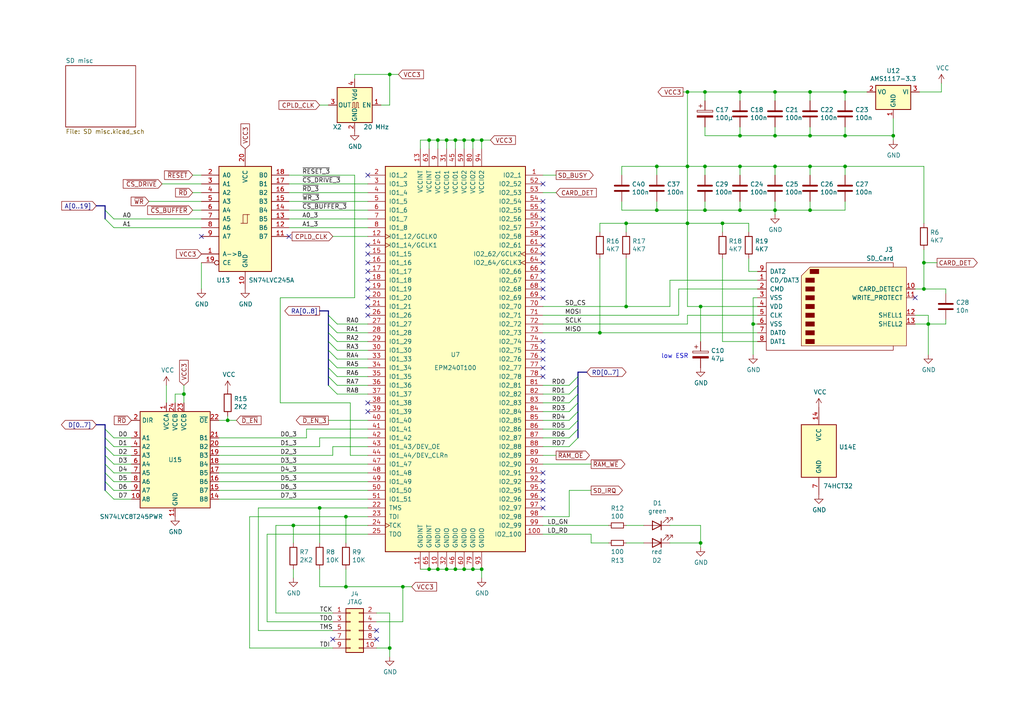
<source format=kicad_sch>
(kicad_sch (version 20230121) (generator eeschema)
  (paper "A4")
  (title_block (title "Mini8086 I/O board") (date "2020-11-05") (rev "1.0"))
  (junction (at 134.62 165.1))
  (junction (at 124.46 40.64))
  (junction (at 267.97 83.82))
  (junction (at 127 165.1))
  (junction (at 224.79 60.96))
  (junction (at 181.61 64.77))
  (junction (at 259.08 39.37))
  (junction (at 224.79 39.37))
  (junction (at 116.84 170.18))
  (junction (at 66.04 121.92))
  (junction (at 134.62 40.64))
  (junction (at 214.63 48.26))
  (junction (at 203.2 88.9))
  (junction (at 124.46 165.1))
  (junction (at 92.71 147.32))
  (junction (at 214.63 60.96))
  (junction (at 224.79 48.26))
  (junction (at 209.55 64.77))
  (junction (at 137.16 40.64))
  (junction (at 224.79 26.67))
  (junction (at 53.34 114.3))
  (junction (at 218.44 93.98))
  (junction (at 199.39 64.77))
  (junction (at 139.7 165.1))
  (junction (at 203.2 157.48))
  (junction (at 139.7 40.64))
  (junction (at 214.63 26.67))
  (junction (at 204.47 26.67))
  (junction (at 234.95 26.67))
  (junction (at 129.54 165.1))
  (junction (at 204.47 60.96))
  (junction (at 85.09 152.4))
  (junction (at 245.11 39.37))
  (junction (at 100.33 149.86))
  (junction (at 199.39 48.26))
  (junction (at 137.16 165.1))
  (junction (at 214.63 39.37))
  (junction (at 132.08 165.1))
  (junction (at 129.54 40.64))
  (junction (at 269.24 93.98))
  (junction (at 190.5 60.96))
  (junction (at 267.97 76.2))
  (junction (at 245.11 48.26))
  (junction (at 113.03 21.59))
  (junction (at 204.47 48.26))
  (junction (at 173.99 96.52))
  (junction (at 234.95 48.26))
  (junction (at 127 40.64))
  (junction (at 181.61 88.9))
  (junction (at 132.08 40.64))
  (junction (at 190.5 48.26))
  (junction (at 199.39 26.67))
  (junction (at 245.11 26.67))
  (junction (at 113.03 187.96))
  (junction (at 100.33 170.18))
  (junction (at 234.95 60.96))
  (junction (at 234.95 39.37))
  (no_connect (at 157.48 101.6))
  (no_connect (at 157.48 53.34))
  (no_connect (at 265.43 86.36))
  (no_connect (at 106.68 119.38))
  (no_connect (at 157.48 106.68))
  (no_connect (at 157.48 104.14))
  (no_connect (at 58.42 68.58))
  (no_connect (at 157.48 137.16))
  (no_connect (at 96.52 185.42))
  (no_connect (at 157.48 76.2))
  (no_connect (at 106.68 86.36))
  (no_connect (at 109.22 185.42))
  (no_connect (at 109.22 182.88))
  (no_connect (at 157.48 73.66))
  (no_connect (at 157.48 68.58))
  (no_connect (at 106.68 71.12))
  (no_connect (at 106.68 78.74))
  (no_connect (at 106.68 116.84))
  (no_connect (at 157.48 139.7))
  (no_connect (at 106.68 88.9))
  (no_connect (at 157.48 71.12))
  (no_connect (at 157.48 58.42))
  (no_connect (at 157.48 60.96))
  (no_connect (at 157.48 66.04))
  (no_connect (at 157.48 83.82))
  (no_connect (at 157.48 144.78))
  (no_connect (at 157.48 109.22))
  (no_connect (at 106.68 50.8))
  (no_connect (at 157.48 78.74))
  (no_connect (at 106.68 76.2))
  (no_connect (at 106.68 91.44))
  (no_connect (at 157.48 142.24))
  (no_connect (at 106.68 81.28))
  (no_connect (at 83.82 68.58))
  (no_connect (at 157.48 99.06))
  (no_connect (at 157.48 63.5))
  (no_connect (at 157.48 86.36))
  (no_connect (at 157.48 147.32))
  (no_connect (at 106.68 73.66))
  (no_connect (at 106.68 83.82))
  (no_connect (at 157.48 81.28))
  (bus_entry (at 33.02 129.54) (size -2.54 -2.54))
  (bus_entry (at 165.1 127) (size 2.54 -2.54))
  (bus_entry (at 165.1 129.54) (size 2.54 -2.54))
  (bus_entry (at 97.79 111.76) (size -2.54 -2.54))
  (bus_entry (at 97.79 109.22) (size -2.54 -2.54))
  (bus_entry (at 97.79 104.14) (size -2.54 -2.54))
  (bus_entry (at 165.1 119.38) (size 2.54 -2.54))
  (bus_entry (at 97.79 99.06) (size -2.54 -2.54))
  (bus_entry (at 33.02 132.08) (size -2.54 -2.54))
  (bus_entry (at 97.79 93.98) (size -2.54 -2.54))
  (bus_entry (at 165.1 121.92) (size 2.54 -2.54))
  (bus_entry (at 33.02 144.78) (size -2.54 -2.54))
  (bus_entry (at 165.1 124.46) (size 2.54 -2.54))
  (bus_entry (at 33.02 139.7) (size -2.54 -2.54))
  (bus_entry (at 33.02 63.5) (size -2.54 -2.54))
  (bus_entry (at 97.79 106.68) (size -2.54 -2.54))
  (bus_entry (at 97.79 114.3) (size -2.54 -2.54))
  (bus_entry (at 165.1 111.76) (size 2.54 -2.54))
  (bus_entry (at 33.02 142.24) (size -2.54 -2.54))
  (bus_entry (at 33.02 127) (size -2.54 -2.54))
  (bus_entry (at 165.1 114.3) (size 2.54 -2.54))
  (bus_entry (at 165.1 116.84) (size 2.54 -2.54))
  (bus_entry (at 33.02 134.62) (size -2.54 -2.54))
  (bus_entry (at 33.02 137.16) (size -2.54 -2.54))
  (bus_entry (at 97.79 96.52) (size -2.54 -2.54))
  (bus_entry (at 97.79 101.6) (size -2.54 -2.54))
  (bus_entry (at 33.02 66.04) (size -2.54 -2.54))
  (wire (pts (xy 219.71 93.98) (xy 218.44 93.98)))
  (wire (pts (xy 88.9 124.46) (xy 106.68 124.46)))
  (wire (pts (xy 157.48 134.62) (xy 171.45 134.62)))
  (wire (pts (xy 245.11 50.8) (xy 245.11 48.26)))
  (wire (pts (xy 109.22 187.96) (xy 113.03 187.96)))
  (wire (pts (xy 199.39 64.77) (xy 199.39 88.9)))
  (wire (pts (xy 33.02 132.08) (xy 38.1 132.08)))
  (wire (pts (xy 50.8 114.3) (xy 53.34 114.3)))
  (wire (pts (xy 194.31 152.4) (xy 203.2 152.4)))
  (wire (pts (xy 217.17 64.77) (xy 217.17 67.31)))
  (wire (pts (xy 109.22 180.34) (xy 116.84 180.34)))
  (wire (pts (xy 165.1 114.3) (xy 157.48 114.3)))
  (bus (pts (xy 30.48 60.96) (xy 30.48 63.5)))
  (bus (pts (xy 95.25 96.52) (xy 95.25 99.06)))
  (wire (pts (xy 33.02 134.62) (xy 38.1 134.62)))
  (wire (pts (xy 181.61 157.48) (xy 186.69 157.48)))
  (wire (pts (xy 101.6 132.08) (xy 106.68 132.08)))
  (wire (pts (xy 80.01 177.8) (xy 96.52 177.8)))
  (wire (pts (xy 218.44 86.36) (xy 218.44 93.98)))
  (wire (pts (xy 267.97 83.82) (xy 265.43 83.82)))
  (wire (pts (xy 157.48 116.84) (xy 165.1 116.84)))
  (wire (pts (xy 224.79 60.96) (xy 224.79 58.42)))
  (wire (pts (xy 33.02 139.7) (xy 38.1 139.7)))
  (wire (pts (xy 83.82 53.34) (xy 106.68 53.34)))
  (wire (pts (xy 219.71 78.74) (xy 217.17 78.74)))
  (wire (pts (xy 97.79 109.22) (xy 106.68 109.22)))
  (wire (pts (xy 48.26 116.84) (xy 48.26 111.76)))
  (wire (pts (xy 92.71 127) (xy 106.68 127)))
  (wire (pts (xy 74.93 182.88) (xy 74.93 147.32)))
  (wire (pts (xy 165.1 127) (xy 157.48 127)))
  (wire (pts (xy 85.09 157.48) (xy 85.09 152.4)))
  (wire (pts (xy 165.1 121.92) (xy 157.48 121.92)))
  (wire (pts (xy 129.54 43.18) (xy 129.54 40.64)))
  (wire (pts (xy 97.79 114.3) (xy 106.68 114.3)))
  (wire (pts (xy 100.33 170.18) (xy 116.84 170.18)))
  (wire (pts (xy 106.68 144.78) (xy 63.5 144.78)))
  (wire (pts (xy 269.24 91.44) (xy 269.24 93.98)))
  (wire (pts (xy 137.16 165.1) (xy 139.7 165.1)))
  (wire (pts (xy 137.16 40.64) (xy 139.7 40.64)))
  (wire (pts (xy 97.79 106.68) (xy 106.68 106.68)))
  (bus (pts (xy 95.25 99.06) (xy 95.25 101.6)))
  (wire (pts (xy 269.24 93.98) (xy 269.24 102.87)))
  (wire (pts (xy 181.61 74.93) (xy 181.61 88.9)))
  (wire (pts (xy 96.52 132.08) (xy 96.52 129.54)))
  (wire (pts (xy 85.09 152.4) (xy 80.01 152.4)))
  (wire (pts (xy 199.39 91.44) (xy 199.39 93.98)))
  (wire (pts (xy 209.55 64.77) (xy 217.17 64.77)))
  (wire (pts (xy 63.5 129.54) (xy 92.71 129.54)))
  (wire (pts (xy 81.28 116.84) (xy 101.6 116.84)))
  (wire (pts (xy 209.55 99.06) (xy 209.55 74.93)))
  (wire (pts (xy 190.5 60.96) (xy 204.47 60.96)))
  (wire (pts (xy 97.79 104.14) (xy 106.68 104.14)))
  (wire (pts (xy 53.34 114.3) (xy 53.34 116.84)))
  (wire (pts (xy 63.5 132.08) (xy 96.52 132.08)))
  (wire (pts (xy 132.08 43.18) (xy 132.08 40.64)))
  (wire (pts (xy 274.32 83.82) (xy 267.97 83.82)))
  (wire (pts (xy 273.05 26.67) (xy 273.05 24.13)))
  (wire (pts (xy 58.42 58.42) (xy 43.18 58.42)))
  (wire (pts (xy 199.39 48.26) (xy 199.39 64.77)))
  (wire (pts (xy 234.95 48.26) (xy 245.11 48.26)))
  (wire (pts (xy 234.95 50.8) (xy 234.95 48.26)))
  (bus (pts (xy 30.48 134.62) (xy 30.48 137.16)))
  (wire (pts (xy 267.97 72.39) (xy 267.97 76.2)))
  (wire (pts (xy 271.78 76.2) (xy 267.97 76.2)))
  (wire (pts (xy 245.11 48.26) (xy 267.97 48.26)))
  (wire (pts (xy 265.43 93.98) (xy 269.24 93.98)))
  (wire (pts (xy 102.87 86.36) (xy 81.28 86.36)))
  (wire (pts (xy 171.45 154.94) (xy 171.45 157.48)))
  (wire (pts (xy 101.6 132.08) (xy 101.6 116.84)))
  (bus (pts (xy 95.25 101.6) (xy 95.25 104.14)))
  (wire (pts (xy 100.33 149.86) (xy 106.68 149.86)))
  (wire (pts (xy 97.79 99.06) (xy 106.68 99.06)))
  (wire (pts (xy 199.39 48.26) (xy 190.5 48.26)))
  (bus (pts (xy 167.64 119.38) (xy 167.64 121.92)))
  (wire (pts (xy 129.54 40.64) (xy 132.08 40.64)))
  (wire (pts (xy 224.79 26.67) (xy 234.95 26.67)))
  (wire (pts (xy 224.79 36.83) (xy 224.79 39.37)))
  (wire (pts (xy 245.11 26.67) (xy 251.46 26.67)))
  (wire (pts (xy 77.47 154.94) (xy 106.68 154.94)))
  (wire (pts (xy 127 43.18) (xy 127 40.64)))
  (wire (pts (xy 102.87 50.8) (xy 102.87 86.36)))
  (wire (pts (xy 109.22 177.8) (xy 113.03 177.8)))
  (wire (pts (xy 63.5 127) (xy 88.9 127)))
  (wire (pts (xy 190.5 58.42) (xy 190.5 60.96)))
  (wire (pts (xy 171.45 157.48) (xy 176.53 157.48)))
  (wire (pts (xy 214.63 60.96) (xy 224.79 60.96)))
  (bus (pts (xy 30.48 139.7) (xy 30.48 142.24)))
  (wire (pts (xy 134.62 43.18) (xy 134.62 40.64)))
  (wire (pts (xy 83.82 66.04) (xy 106.68 66.04)))
  (wire (pts (xy 72.39 149.86) (xy 100.33 149.86)))
  (wire (pts (xy 173.99 64.77) (xy 181.61 64.77)))
  (wire (pts (xy 127 165.1) (xy 124.46 165.1)))
  (bus (pts (xy 30.48 129.54) (xy 30.48 132.08)))
  (wire (pts (xy 110.49 30.48) (xy 113.03 30.48)))
  (wire (pts (xy 58.42 55.88) (xy 55.88 55.88)))
  (wire (pts (xy 224.79 48.26) (xy 234.95 48.26)))
  (bus (pts (xy 167.64 109.22) (xy 167.64 111.76)))
  (wire (pts (xy 199.39 48.26) (xy 204.47 48.26)))
  (wire (pts (xy 194.31 81.28) (xy 194.31 88.9)))
  (wire (pts (xy 68.58 121.92) (xy 66.04 121.92)))
  (wire (pts (xy 100.33 157.48) (xy 100.33 149.86)))
  (wire (pts (xy 157.48 50.8) (xy 161.29 50.8)))
  (bus (pts (xy 167.64 107.95) (xy 167.64 109.22)))
  (bus (pts (xy 95.25 90.17) (xy 92.71 90.17)))
  (wire (pts (xy 204.47 36.83) (xy 204.47 39.37)))
  (wire (pts (xy 165.1 119.38) (xy 157.48 119.38)))
  (bus (pts (xy 95.25 109.22) (xy 95.25 111.76)))
  (wire (pts (xy 217.17 78.74) (xy 217.17 74.93)))
  (wire (pts (xy 157.48 149.86) (xy 165.1 149.86)))
  (wire (pts (xy 218.44 93.98) (xy 218.44 102.87)))
  (wire (pts (xy 83.82 60.96) (xy 106.68 60.96)))
  (wire (pts (xy 157.48 96.52) (xy 173.99 96.52)))
  (wire (pts (xy 121.92 40.64) (xy 124.46 40.64)))
  (bus (pts (xy 167.64 107.95) (xy 170.18 107.95)))
  (wire (pts (xy 234.95 29.21) (xy 234.95 26.67)))
  (wire (pts (xy 106.68 96.52) (xy 97.79 96.52)))
  (wire (pts (xy 33.02 129.54) (xy 38.1 129.54)))
  (bus (pts (xy 30.48 123.19) (xy 27.94 123.19)))
  (bus (pts (xy 30.48 124.46) (xy 30.48 127)))
  (wire (pts (xy 121.92 43.18) (xy 121.92 40.64)))
  (wire (pts (xy 96.52 182.88) (xy 74.93 182.88)))
  (wire (pts (xy 92.71 170.18) (xy 100.33 170.18)))
  (bus (pts (xy 95.25 91.44) (xy 95.25 93.98)))
  (wire (pts (xy 102.87 21.59) (xy 102.87 22.86)))
  (wire (pts (xy 80.01 152.4) (xy 80.01 177.8)))
  (wire (pts (xy 234.95 26.67) (xy 245.11 26.67)))
  (wire (pts (xy 196.85 83.82) (xy 196.85 91.44)))
  (wire (pts (xy 181.61 67.31) (xy 181.61 64.77)))
  (wire (pts (xy 134.62 40.64) (xy 137.16 40.64)))
  (bus (pts (xy 167.64 121.92) (xy 167.64 124.46)))
  (wire (pts (xy 224.79 39.37) (xy 234.95 39.37)))
  (wire (pts (xy 245.11 39.37) (xy 259.08 39.37)))
  (wire (pts (xy 181.61 64.77) (xy 199.39 64.77)))
  (wire (pts (xy 157.48 132.08) (xy 161.29 132.08)))
  (wire (pts (xy 204.47 60.96) (xy 204.47 58.42)))
  (wire (pts (xy 224.79 26.67) (xy 214.63 26.67)))
  (wire (pts (xy 181.61 152.4) (xy 186.69 152.4)))
  (bus (pts (xy 30.48 132.08) (xy 30.48 134.62)))
  (wire (pts (xy 85.09 165.1) (xy 85.09 167.64)))
  (wire (pts (xy 214.63 36.83) (xy 214.63 39.37)))
  (wire (pts (xy 33.02 137.16) (xy 38.1 137.16)))
  (wire (pts (xy 269.24 93.98) (xy 274.32 93.98)))
  (wire (pts (xy 83.82 58.42) (xy 106.68 58.42)))
  (wire (pts (xy 137.16 43.18) (xy 137.16 40.64)))
  (wire (pts (xy 214.63 29.21) (xy 214.63 26.67)))
  (bus (pts (xy 95.25 106.68) (xy 95.25 109.22)))
  (wire (pts (xy 265.43 91.44) (xy 269.24 91.44)))
  (wire (pts (xy 106.68 63.5) (xy 83.82 63.5)))
  (wire (pts (xy 157.48 152.4) (xy 176.53 152.4)))
  (wire (pts (xy 204.47 60.96) (xy 214.63 60.96)))
  (wire (pts (xy 72.39 187.96) (xy 72.39 149.86)))
  (wire (pts (xy 97.79 111.76) (xy 106.68 111.76)))
  (wire (pts (xy 113.03 177.8) (xy 113.03 187.96)))
  (bus (pts (xy 30.48 123.19) (xy 30.48 124.46)))
  (bus (pts (xy 30.48 137.16) (xy 30.48 139.7)))
  (wire (pts (xy 83.82 55.88) (xy 106.68 55.88)))
  (wire (pts (xy 113.03 21.59) (xy 102.87 21.59)))
  (wire (pts (xy 33.02 63.5) (xy 58.42 63.5)))
  (wire (pts (xy 234.95 39.37) (xy 245.11 39.37)))
  (wire (pts (xy 124.46 43.18) (xy 124.46 40.64)))
  (wire (pts (xy 106.68 93.98) (xy 97.79 93.98)))
  (wire (pts (xy 157.48 88.9) (xy 181.61 88.9)))
  (wire (pts (xy 259.08 34.29) (xy 259.08 39.37)))
  (wire (pts (xy 157.48 93.98) (xy 199.39 93.98)))
  (wire (pts (xy 132.08 165.1) (xy 129.54 165.1)))
  (wire (pts (xy 124.46 40.64) (xy 127 40.64)))
  (wire (pts (xy 214.63 58.42) (xy 214.63 60.96)))
  (wire (pts (xy 142.24 40.64) (xy 139.7 40.64)))
  (wire (pts (xy 157.48 154.94) (xy 171.45 154.94)))
  (wire (pts (xy 139.7 165.1) (xy 139.7 167.64)))
  (wire (pts (xy 66.04 121.92) (xy 63.5 121.92)))
  (wire (pts (xy 96.52 129.54) (xy 106.68 129.54)))
  (wire (pts (xy 245.11 26.67) (xy 245.11 29.21)))
  (wire (pts (xy 137.16 165.1) (xy 134.62 165.1)))
  (wire (pts (xy 95.25 30.48) (xy 92.71 30.48)))
  (wire (pts (xy 234.95 36.83) (xy 234.95 39.37)))
  (wire (pts (xy 180.34 48.26) (xy 190.5 48.26)))
  (wire (pts (xy 199.39 26.67) (xy 198.12 26.67)))
  (bus (pts (xy 95.25 93.98) (xy 95.25 96.52)))
  (wire (pts (xy 224.79 29.21) (xy 224.79 26.67)))
  (wire (pts (xy 106.68 121.92) (xy 95.25 121.92)))
  (wire (pts (xy 113.03 187.96) (xy 113.03 190.5)))
  (wire (pts (xy 224.79 60.96) (xy 234.95 60.96)))
  (wire (pts (xy 134.62 165.1) (xy 132.08 165.1)))
  (wire (pts (xy 81.28 86.36) (xy 81.28 116.84)))
  (wire (pts (xy 173.99 67.31) (xy 173.99 64.77)))
  (wire (pts (xy 181.61 88.9) (xy 194.31 88.9)))
  (bus (pts (xy 27.94 59.69) (xy 30.48 59.69)))
  (wire (pts (xy 96.52 180.34) (xy 77.47 180.34)))
  (wire (pts (xy 267.97 48.26) (xy 267.97 64.77)))
  (wire (pts (xy 97.79 101.6) (xy 106.68 101.6)))
  (wire (pts (xy 190.5 60.96) (xy 180.34 60.96)))
  (wire (pts (xy 165.1 149.86) (xy 165.1 142.24)))
  (wire (pts (xy 63.5 142.24) (xy 106.68 142.24)))
  (wire (pts (xy 219.71 99.06) (xy 209.55 99.06)))
  (wire (pts (xy 214.63 48.26) (xy 214.63 50.8)))
  (bus (pts (xy 167.64 116.84) (xy 167.64 119.38)))
  (bus (pts (xy 30.48 59.69) (xy 30.48 60.96)))
  (wire (pts (xy 245.11 60.96) (xy 245.11 58.42)))
  (wire (pts (xy 127 40.64) (xy 129.54 40.64)))
  (wire (pts (xy 194.31 157.48) (xy 203.2 157.48)))
  (wire (pts (xy 199.39 26.67) (xy 204.47 26.67)))
  (wire (pts (xy 92.71 129.54) (xy 92.71 127)))
  (wire (pts (xy 119.38 170.18) (xy 116.84 170.18)))
  (wire (pts (xy 63.5 134.62) (xy 106.68 134.62)))
  (wire (pts (xy 58.42 60.96) (xy 55.88 60.96)))
  (wire (pts (xy 259.08 39.37) (xy 259.08 40.64)))
  (wire (pts (xy 199.39 88.9) (xy 203.2 88.9)))
  (wire (pts (xy 165.1 124.46) (xy 157.48 124.46)))
  (bus (pts (xy 167.64 114.3) (xy 167.64 116.84)))
  (wire (pts (xy 63.5 139.7) (xy 106.68 139.7)))
  (wire (pts (xy 190.5 48.26) (xy 190.5 50.8)))
  (wire (pts (xy 165.1 142.24) (xy 171.45 142.24)))
  (wire (pts (xy 180.34 60.96) (xy 180.34 58.42)))
  (wire (pts (xy 203.2 99.06) (xy 203.2 88.9)))
  (wire (pts (xy 199.39 26.67) (xy 199.39 48.26)))
  (wire (pts (xy 214.63 39.37) (xy 224.79 39.37)))
  (bus (pts (xy 95.25 90.17) (xy 95.25 91.44)))
  (wire (pts (xy 157.48 91.44) (xy 196.85 91.44)))
  (wire (pts (xy 106.68 68.58) (xy 96.52 68.58)))
  (wire (pts (xy 116.84 180.34) (xy 116.84 170.18)))
  (wire (pts (xy 106.68 152.4) (xy 85.09 152.4)))
  (wire (pts (xy 83.82 50.8) (xy 102.87 50.8)))
  (wire (pts (xy 204.47 48.26) (xy 214.63 48.26)))
  (wire (pts (xy 38.1 127) (xy 33.02 127)))
  (wire (pts (xy 63.5 137.16) (xy 106.68 137.16)))
  (bus (pts (xy 95.25 104.14) (xy 95.25 106.68)))
  (wire (pts (xy 199.39 64.77) (xy 209.55 64.77)))
  (wire (pts (xy 204.47 26.67) (xy 214.63 26.67)))
  (wire (pts (xy 58.42 76.2) (xy 58.42 83.82)))
  (wire (pts (xy 219.71 81.28) (xy 194.31 81.28)))
  (wire (pts (xy 53.34 114.3) (xy 53.34 111.76)))
  (wire (pts (xy 267.97 76.2) (xy 267.97 83.82)))
  (wire (pts (xy 58.42 50.8) (xy 55.88 50.8)))
  (wire (pts (xy 58.42 53.34) (xy 46.99 53.34)))
  (wire (pts (xy 157.48 111.76) (xy 165.1 111.76)))
  (wire (pts (xy 88.9 127) (xy 88.9 124.46)))
  (wire (pts (xy 234.95 60.96) (xy 234.95 58.42)))
  (bus (pts (xy 167.64 124.46) (xy 167.64 127)))
  (wire (pts (xy 74.93 147.32) (xy 92.71 147.32)))
  (wire (pts (xy 214.63 48.26) (xy 224.79 48.26)))
  (wire (pts (xy 204.47 29.21) (xy 204.47 26.67)))
  (wire (pts (xy 173.99 96.52) (xy 219.71 96.52)))
  (wire (pts (xy 203.2 88.9) (xy 219.71 88.9)))
  (wire (pts (xy 204.47 39.37) (xy 214.63 39.37)))
  (wire (pts (xy 92.71 157.48) (xy 92.71 147.32)))
  (wire (pts (xy 50.8 116.84) (xy 50.8 114.3)))
  (bus (pts (xy 30.48 127) (xy 30.48 129.54)))
  (wire (pts (xy 274.32 85.09) (xy 274.32 83.82)))
  (wire (pts (xy 66.04 120.65) (xy 66.04 121.92)))
  (wire (pts (xy 92.71 147.32) (xy 106.68 147.32)))
  (wire (pts (xy 204.47 50.8) (xy 204.47 48.26)))
  (wire (pts (xy 266.7 26.67) (xy 273.05 26.67)))
  (wire (pts (xy 219.71 86.36) (xy 218.44 86.36)))
  (wire (pts (xy 33.02 142.24) (xy 38.1 142.24)))
  (wire (pts (xy 129.54 165.1) (xy 127 165.1)))
  (wire (pts (xy 203.2 152.4) (xy 203.2 157.48)))
  (wire (pts (xy 203.2 157.48) (xy 203.2 158.75)))
  (wire (pts (xy 180.34 50.8) (xy 180.34 48.26)))
  (wire (pts (xy 77.47 180.34) (xy 77.47 154.94)))
  (wire (pts (xy 274.32 93.98) (xy 274.32 92.71)))
  (wire (pts (xy 33.02 66.04) (xy 58.42 66.04)))
  (wire (pts (xy 245.11 36.83) (xy 245.11 39.37)))
  (wire (pts (xy 173.99 74.93) (xy 173.99 96.52)))
  (wire (pts (xy 92.71 170.18) (xy 92.71 165.1)))
  (wire (pts (xy 219.71 83.82) (xy 196.85 83.82)))
  (wire (pts (xy 132.08 40.64) (xy 134.62 40.64)))
  (wire (pts (xy 161.29 55.88) (xy 157.48 55.88)))
  (wire (pts (xy 100.33 170.18) (xy 100.33 165.1)))
  (wire (pts (xy 165.1 129.54) (xy 157.48 129.54)))
  (wire (pts (xy 199.39 91.44) (xy 219.71 91.44)))
  (wire (pts (xy 124.46 165.1) (xy 121.92 165.1)))
  (wire (pts (xy 115.57 21.59) (xy 113.03 21.59)))
  (wire (pts (xy 96.52 187.96) (xy 72.39 187.96)))
  (wire (pts (xy 209.55 64.77) (xy 209.55 67.31)))
  (wire (pts (xy 224.79 48.26) (xy 224.79 50.8)))
  (wire (pts (xy 113.03 30.48) (xy 113.03 21.59)))
  (wire (pts (xy 234.95 60.96) (xy 245.11 60.96)))
  (bus (pts (xy 167.64 111.76) (xy 167.64 114.3)))
  (wire (pts (xy 33.02 144.78) (xy 38.1 144.78)))
  (wire (pts (xy 224.79 60.96) (xy 224.79 62.23)))
  (wire (pts (xy 139.7 40.64) (xy 139.7 43.18)))
  (text "low ESR" (at 191.77 104.14 0) (effects (font (size 1.27 1.27)) (justify left bottom)))
  (label "~{RESET_3}" (at 87.63 50.8 0))
  (label "RA4" (at 100.33 104.14 0))
  (label "D6" (at 34.29 142.24 0))
  (label "RA3" (at 100.33 101.6 0))
  (label "TDO" (at 92.71 180.34 0))
  (label "TDI" (at 92.71 187.96 0))
  (label "RD5" (at 160.02 124.46 0))
  (label "D2" (at 34.29 132.08 0))
  (label "RA1" (at 100.33 96.52 0))
  (label "D1" (at 34.29 129.54 0))
  (label "D1_3" (at 81.28 129.54 0))
  (label "SD_CS" (at 163.83 88.9 0))
  (label "A1" (at 35.56 66.04 0))
  (label "D3_3" (at 81.28 134.62 0))
  (label "A1_3" (at 87.63 66.04 0))
  (label "RD3" (at 160.02 119.38 0))
  (label "TCK" (at 92.71 177.8 0))
  (label "D5" (at 34.29 139.7 0))
  (label "RD6" (at 160.02 127 0))
  (label "RA5" (at 100.33 106.68 0))
  (label "SCLK" (at 163.83 93.98 0))
  (label "D6_3" (at 81.28 142.24 0))
  (label "D0" (at 34.29 127 0))
  (label "MISO" (at 163.83 96.52 0))
  (label "D7" (at 34.29 144.78 0))
  (label "LD_RD" (at 158.75 154.94 0))
  (label "~{CS_BUFFER_3}" (at 87.63 60.96 0))
  (label "D3" (at 34.29 134.62 0))
  (label "RA2" (at 100.33 99.06 0))
  (label "RD2" (at 160.02 116.84 0))
  (label "~{CS_DRIVE_3}" (at 87.63 53.34 0))
  (label "D4_3" (at 81.28 137.16 0))
  (label "RA0" (at 100.33 93.98 0))
  (label "RA6" (at 100.33 109.22 0))
  (label "RA8" (at 100.33 114.3 0))
  (label "D5_3" (at 81.28 139.7 0))
  (label "RD0" (at 160.02 111.76 0))
  (label "TMS" (at 92.71 182.88 0))
  (label "RD1" (at 160.02 114.3 0))
  (label "A0_3" (at 87.63 63.5 0))
  (label "D0_3" (at 81.28 127 0))
  (label "~{WR_3}" (at 87.63 58.42 0))
  (label "A0" (at 35.56 63.5 0))
  (label "LD_GN" (at 158.75 152.4 0))
  (label "RA7" (at 100.33 111.76 0))
  (label "D4" (at 34.29 137.16 0))
  (label "RD4" (at 160.02 121.92 0))
  (label "MOSI" (at 163.83 91.44 0))
  (label "~{RD_3}" (at 87.63 55.88 0))
  (label "RD7" (at 160.02 129.54 0))
  (label "D7_3" (at 81.28 144.78 0))
  (label "D2_3" (at 81.28 132.08 0))
  (global_label "~{RESET}" (shape input) (at 55.88 50.8 180) (property "Intersheetrefs" "${INTERSHEET_REFS}" (effects hide)))
  (global_label "~{D_EN_3}" (shape output) (at 95.25 121.92 180) (property "Intersheetrefs" "${INTERSHEET_REFS}" (effects hide)))
  (global_label "CPLD_CLK" (shape input) (at 92.71 30.48 180) (property "Intersheetrefs" "${INTERSHEET_REFS}" (effects hide)))
  (global_label "~{RD}" (shape input) (at 38.1 121.92 180) (property "Intersheetrefs" "${INTERSHEET_REFS}" (effects hide)))
  (global_label "VCC3" (shape input) (at 71.12 43.18 90) (property "Intersheetrefs" "${INTERSHEET_REFS}" (effects hide)))
  (global_label "~{D_EN}" (shape input) (at 68.58 121.92 0) (property "Intersheetrefs" "${INTERSHEET_REFS}" (effects hide)))
  (global_label "~{RAM_WE}" (shape output) (at 171.45 134.62 0) (property "Intersheetrefs" "${INTERSHEET_REFS}" (effects hide)))
  (global_label "CARD_DET" (shape output) (at 271.78 76.2 0) (property "Intersheetrefs" "${INTERSHEET_REFS}" (effects hide)))
  (global_label "~{WR}" (shape input) (at 43.18 58.42 180) (property "Intersheetrefs" "${INTERSHEET_REFS}" (effects hide)))
  (global_label "SD_BUSY" (shape output) (at 161.29 50.8 0) (property "Intersheetrefs" "${INTERSHEET_REFS}" (effects hide)))
  (global_label "CPLD_CLK" (shape input) (at 96.52 68.58 180) (property "Intersheetrefs" "${INTERSHEET_REFS}" (effects hide)))
  (global_label "D[0..7]" (shape bidirectional) (at 27.94 123.19 180) (property "Intersheetrefs" "${INTERSHEET_REFS}" (effects hide)))
  (global_label "VCC3" (shape input) (at 53.34 111.76 90) (property "Intersheetrefs" "${INTERSHEET_REFS}" (effects hide)))
  (global_label "VCC3" (shape input) (at 115.57 21.59 0) (property "Intersheetrefs" "${INTERSHEET_REFS}" (effects hide)))
  (global_label "RA[0..8]" (shape output) (at 92.71 90.17 180) (property "Intersheetrefs" "${INTERSHEET_REFS}" (effects hide)))
  (global_label "~{RAM_OE}" (shape output) (at 161.29 132.08 0) (property "Intersheetrefs" "${INTERSHEET_REFS}" (effects hide)))
  (global_label "RD[0..7]" (shape tri_state) (at 170.18 107.95 0) (property "Intersheetrefs" "${INTERSHEET_REFS}" (effects hide)))
  (global_label "CARD_DET" (shape input) (at 161.29 55.88 0) (property "Intersheetrefs" "${INTERSHEET_REFS}" (effects hide)))
  (global_label "VCC3" (shape input) (at 142.24 40.64 0) (property "Intersheetrefs" "${INTERSHEET_REFS}" (effects hide)))
  (global_label "SD_IRQ" (shape output) (at 171.45 142.24 0) (property "Intersheetrefs" "${INTERSHEET_REFS}" (effects hide)))
  (global_label "VCC3" (shape input) (at 58.42 73.66 180) (property "Intersheetrefs" "${INTERSHEET_REFS}" (effects hide)))
  (global_label "~{CS_BUFFER}" (shape input) (at 55.88 60.96 180) (property "Intersheetrefs" "${INTERSHEET_REFS}" (effects hide)))
  (global_label "VCC3" (shape input) (at 119.38 170.18 0) (property "Intersheetrefs" "${INTERSHEET_REFS}" (effects hide)))
  (global_label "VCC3" (shape output) (at 198.12 26.67 180) (property "Intersheetrefs" "${INTERSHEET_REFS}" (effects hide)))
  (global_label "A[0..19]" (shape input) (at 27.94 59.69 180) (property "Intersheetrefs" "${INTERSHEET_REFS}" (effects hide)))
  (global_label "~{RD}" (shape input) (at 55.88 55.88 180) (property "Intersheetrefs" "${INTERSHEET_REFS}" (effects hide)))
  (global_label "~{CS_DRIVE}" (shape input) (at 46.99 53.34 180) (property "Intersheetrefs" "${INTERSHEET_REFS}" (effects hide)))
  (symbol (lib_id "Connector:SD_Card") (at 242.57 88.9 0) (unit 1)
    (property "Reference" "J3" (at 257.81 72.39 0))
    (property "Value" "SD_Card" (at 255.27 74.93 0))
    (property "Footprint" "Connector_Card:SD_Kyocera_145638109211859+" (effects hide))
    (property "Datasheet" "http://portal.fciconnect.com/Comergent//fci/drawing/10067847.pdf" (effects hide))
  )
  (symbol (lib_id "power:GND") (at 139.7 167.64 0) (unit 1)
    (property "Reference" "#PWR042" (effects hide))
    (property "Value" "GND" (at 139.827 172.0342 0))
  )
  (symbol (lib_id "Regulator_Linear:AMS1117-3.3") (at 259.08 26.67 0) (mirror y) (unit 1)
    (property "Reference" "U12" (at 259.08 20.5232 0))
    (property "Value" "AMS1117-3.3" (at 259.08 22.8346 0))
    (property "Footprint" "Package_TO_SOT_SMD:SOT-223-3_TabPin2" (effects hide))
    (property "Datasheet" "http://www.advanced-monolithic.com/pdf/ds1117.pdf" (effects hide))
  )
  (symbol (lib_id "power:GND") (at 259.08 40.64 0) (unit 1)
    (property "Reference" "#PWR051" (effects hide))
    (property "Value" "GND" (at 259.207 45.0342 0))
  )
  (symbol (lib_id "power:VCC") (at 273.05 24.13 0) (unit 1)
    (property "Reference" "#PWR054" (effects hide))
    (property "Value" "VCC" (at 273.431 19.7358 0))
  )
  (symbol (lib_id "Device:C") (at 214.63 33.02 0) (unit 1)
    (property "Reference" "C18" (at 217.551 31.8516 0) (effects (justify left)))
    (property "Value" "100n" (at 217.551 34.163 0) (effects (justify left)))
    (property "Footprint" "Capacitor_SMD:C_1206_3216Metric" (effects hide))
  )
  (symbol (lib_id "io_board-rescue:CP-Device") (at 204.47 33.02 0) (unit 1)
    (property "Reference" "C17" (at 207.4672 31.8516 0) (effects (justify left)))
    (property "Value" "100µ" (at 207.4672 34.163 0) (effects (justify left)))
    (property "Footprint" "Capacitor_SMD:CP_Elec_5x5.4" (effects hide))
  )
  (symbol (lib_id "power:GND") (at 218.44 102.87 0) (unit 1)
    (property "Reference" "#PWR049" (effects hide))
    (property "Value" "GND" (at 218.567 107.2642 0))
  )
  (symbol (lib_id "power:GND") (at 269.24 102.87 0) (unit 1)
    (property "Reference" "#PWR056" (effects hide))
    (property "Value" "GND" (at 269.367 107.2642 0))
  )
  (symbol (lib_id "74xx:74LS32") (at 237.49 130.81 0) (unit 5)
    (property "Reference" "U14" (at 243.332 129.6416 0) (effects (justify left)))
    (property "Value" "74HCT32" (at 238.76 140.97 0) (effects (justify left)))
    (property "Footprint" "Package_SO:SOIC-14_3.9x8.7mm_P1.27mm" (effects hide))
    (property "Datasheet" "http://www.ti.com/lit/gpn/sn74LS32" (effects hide))
  )
  (symbol (lib_id "Device:C") (at 224.79 33.02 0) (unit 1)
    (property "Reference" "C21" (at 227.711 31.8516 0) (effects (justify left)))
    (property "Value" "100n" (at 227.711 34.163 0) (effects (justify left)))
    (property "Footprint" "Capacitor_SMD:C_1206_3216Metric" (effects hide))
  )
  (symbol (lib_id "Device:C") (at 234.95 33.02 0) (unit 1)
    (property "Reference" "C22" (at 237.871 31.8516 0) (effects (justify left)))
    (property "Value" "100n" (at 237.871 34.163 0) (effects (justify left)))
    (property "Footprint" "Capacitor_SMD:C_1206_3216Metric" (effects hide))
  )
  (symbol (lib_id "Device:C") (at 245.11 33.02 0) (unit 1)
    (property "Reference" "C23" (at 248.031 31.8516 0) (effects (justify left)))
    (property "Value" "100n" (at 248.031 34.163 0) (effects (justify left)))
    (property "Footprint" "Capacitor_SMD:C_1206_3216Metric" (effects hide))
  )
  (symbol (lib_id "power:GND") (at 237.49 143.51 0) (unit 1)
    (property "Reference" "#PWR064" (effects hide))
    (property "Value" "GND" (at 237.617 147.9042 0))
  )
  (symbol (lib_id "power:VCC") (at 237.49 118.11 0) (unit 1)
    (property "Reference" "#PWR063" (effects hide))
    (property "Value" "VCC" (at 237.871 113.7158 0))
  )
  (symbol (lib_id "Connector_Generic:Conn_02x05_Odd_Even") (at 101.6 182.88 0) (unit 1)
    (property "Reference" "J4" (at 102.87 172.2882 0))
    (property "Value" "JTAG" (at 102.87 174.5996 0))
    (property "Footprint" "Connector_IDC:IDC-Header_2x05_P2.54mm_Vertical" (effects hide))
  )
  (symbol (lib_id "power:GND") (at 113.03 190.5 0) (unit 1)
    (property "Reference" "#PWR0103" (effects hide))
    (property "Value" "GND" (at 113.157 194.8942 0))
  )
  (symbol (lib_id "CPLD_Altera:EPM240T100") (at 132.08 104.14 0) (unit 1)
    (property "Reference" "U7" (at 132.08 102.87 0))
    (property "Value" "EPM240T100" (at 132.08 106.68 0))
    (property "Footprint" "Package_QFP:LQFP-100_14x14mm_P0.5mm" (effects hide))
    (property "Datasheet" "https://www.altera.com/content/dam/altera-www/global/en_US/pdfs/literature/hb/max2/max2_mii5v1.pdf" (effects hide))
  )
  (symbol (lib_id "power:GND") (at 102.87 38.1 0) (unit 1)
    (property "Reference" "#PWR062" (effects hide))
    (property "Value" "GND" (at 102.997 42.4942 0))
  )
  (symbol (lib_id "Logic_LevelTranslator:SN74AVC8T245PW") (at 50.8 132.08 0) (unit 1)
    (property "Reference" "U15" (at 50.8 133.35 0))
    (property "Value" "SN74LVC8T245PWR" (at 38.1 149.86 0))
    (property "Footprint" "Package_SO:TSSOP-24_4.4x7.8mm_P0.65mm" (effects hide))
    (property "Datasheet" "https://www.ti.com/lit/ds/symlink/sn74avc8t245.pdf" (effects hide))
  )
  (symbol (lib_id "power:GND") (at 50.8 149.86 0) (unit 1)
    (property "Reference" "#PWR0101" (effects hide))
    (property "Value" "GND" (at 50.927 154.2542 0))
  )
  (symbol (lib_id "power:VCC") (at 48.26 111.76 0) (unit 1)
    (property "Reference" "#PWR0102" (effects hide))
    (property "Value" "VCC" (at 48.641 107.3658 0))
  )
  (symbol (lib_id "Device:R") (at 85.09 161.29 0) (unit 1)
    (property "Reference" "R7" (at 86.868 160.1216 0) (effects (justify left)))
    (property "Value" "2K2" (at 86.868 162.433 0) (effects (justify left)))
    (property "Footprint" "Resistor_SMD:R_1206_3216Metric" (effects hide))
  )
  (symbol (lib_id "Device:C") (at 234.95 54.61 0) (unit 1)
    (property "Reference" "C26" (at 237.871 53.4416 0) (effects (justify left)))
    (property "Value" "100n" (at 237.871 55.753 0) (effects (justify left)))
    (property "Footprint" "Capacitor_SMD:C_1206_3216Metric" (effects hide))
  )
  (symbol (lib_id "Device:C") (at 245.11 54.61 0) (unit 1)
    (property "Reference" "C27" (at 248.031 53.4416 0) (effects (justify left)))
    (property "Value" "100n" (at 248.031 55.753 0) (effects (justify left)))
    (property "Footprint" "Capacitor_SMD:C_1206_3216Metric" (effects hide))
  )
  (symbol (lib_id "Device:R") (at 92.71 161.29 0) (unit 1)
    (property "Reference" "R8" (at 94.488 160.1216 0) (effects (justify left)))
    (property "Value" "10K" (at 94.488 162.433 0) (effects (justify left)))
    (property "Footprint" "Resistor_SMD:R_1206_3216Metric" (effects hide))
  )
  (symbol (lib_id "Device:R") (at 100.33 161.29 0) (unit 1)
    (property "Reference" "R9" (at 102.108 160.1216 0) (effects (justify left)))
    (property "Value" "10K" (at 102.108 162.433 0) (effects (justify left)))
    (property "Footprint" "Resistor_SMD:R_1206_3216Metric" (effects hide))
  )
  (symbol (lib_id "power:GND") (at 85.09 167.64 0) (unit 1)
    (property "Reference" "#PWR0105" (effects hide))
    (property "Value" "GND" (at 85.217 172.0342 0))
  )
  (symbol (lib_id "74xx:74HC245") (at 71.12 63.5 0) (unit 1)
    (property "Reference" "U13" (at 64.77 81.28 0))
    (property "Value" "SN74LVC245A" (at 78.74 81.28 0))
    (property "Footprint" "Package_SO:TSSOP-20_4.4x6.5mm_P0.65mm" (effects hide))
    (property "Datasheet" "http://www.ti.com/lit/gpn/sn74HC245" (effects hide))
  )
  (symbol (lib_id "power:GND") (at 71.12 83.82 0) (unit 1)
    (property "Reference" "#PWR039" (effects hide))
    (property "Value" "GND" (at 71.247 88.2142 0))
  )
  (symbol (lib_id "power:GND") (at 58.42 83.82 0) (unit 1)
    (property "Reference" "#PWR038" (effects hide))
    (property "Value" "GND" (at 58.547 88.2142 0))
  )
  (symbol (lib_id "Device:C") (at 274.32 88.9 0) (unit 1)
    (property "Reference" "C28" (at 277.241 87.7316 0) (effects (justify left)))
    (property "Value" "10n" (at 277.241 90.043 0) (effects (justify left)))
    (property "Footprint" "Capacitor_SMD:C_1206_3216Metric" (effects hide))
  )
  (symbol (lib_id "Device:C") (at 190.5 54.61 0) (unit 1)
    (property "Reference" "C37" (at 193.421 53.4416 0) (effects (justify left)))
    (property "Value" "100n" (at 193.421 55.753 0) (effects (justify left)))
    (property "Footprint" "Capacitor_SMD:C_1206_3216Metric" (effects hide))
  )
  (symbol (lib_id "Device:C") (at 214.63 54.61 0) (unit 1)
    (property "Reference" "C24" (at 217.551 53.4416 0) (effects (justify left)))
    (property "Value" "100n" (at 217.551 55.753 0) (effects (justify left)))
    (property "Footprint" "Capacitor_SMD:C_1206_3216Metric" (effects hide))
  )
  (symbol (lib_id "Device:C") (at 224.79 54.61 0) (unit 1)
    (property "Reference" "C25" (at 227.711 53.4416 0) (effects (justify left)))
    (property "Value" "100n" (at 227.711 55.753 0) (effects (justify left)))
    (property "Footprint" "Capacitor_SMD:C_1206_3216Metric" (effects hide))
  )
  (symbol (lib_id "power:GND") (at 224.79 62.23 0) (unit 1)
    (property "Reference" "#PWR040" (effects hide))
    (property "Value" "GND" (at 224.917 66.6242 0))
  )
  (symbol (lib_id "Device:R") (at 267.97 68.58 0) (unit 1)
    (property "Reference" "R6" (at 269.748 67.4116 0) (effects (justify left)))
    (property "Value" "4K7" (at 269.748 69.723 0) (effects (justify left)))
    (property "Footprint" "Resistor_SMD:R_1206_3216Metric" (effects hide))
  )
  (symbol (lib_id "Device:C") (at 204.47 54.61 0) (unit 1)
    (property "Reference" "C29" (at 207.391 53.4416 0) (effects (justify left)))
    (property "Value" "100n" (at 207.391 55.753 0) (effects (justify left)))
    (property "Footprint" "Capacitor_SMD:C_1206_3216Metric" (effects hide))
  )
  (symbol (lib_id "Device:R_Small") (at 179.07 152.4 90) (unit 1)
    (property "Reference" "R12" (at 179.07 147.4216 90))
    (property "Value" "100" (at 179.07 149.733 90))
    (property "Footprint" "Resistor_SMD:R_1206_3216Metric" (effects hide))
  )
  (symbol (lib_id "Device:R_Small") (at 179.07 157.48 90) (unit 1)
    (property "Reference" "R13" (at 179.07 162.56 90))
    (property "Value" "100" (at 179.07 160.02 90))
    (property "Footprint" "Resistor_SMD:R_1206_3216Metric" (effects hide))
  )
  (symbol (lib_id "Device:LED") (at 190.5 152.4 180) (unit 1)
    (property "Reference" "D1" (at 190.6778 145.923 0))
    (property "Value" "green" (at 190.6778 148.2344 0))
    (property "Footprint" "LED_SMD:LED_1206_3216Metric" (effects hide))
  )
  (symbol (lib_id "Device:LED") (at 190.5 157.48 180) (unit 1)
    (property "Reference" "D2" (at 190.5 162.56 0))
    (property "Value" "red" (at 190.5 160.02 0))
    (property "Footprint" "LED_SMD:LED_1206_3216Metric" (effects hide))
  )
  (symbol (lib_id "power:GND") (at 203.2 158.75 0) (unit 1)
    (property "Reference" "#PWR060" (effects hide))
    (property "Value" "GND" (at 203.327 163.1442 0))
  )
  (symbol (lib_id "Device:C") (at 180.34 54.61 0) (unit 1)
    (property "Reference" "C40" (at 183.261 53.4416 0) (effects (justify left)))
    (property "Value" "100n" (at 183.261 55.753 0) (effects (justify left)))
    (property "Footprint" "Capacitor_SMD:C_1206_3216Metric" (effects hide))
  )
  (symbol (lib_id "Oscillator:ASV-xxxMHz") (at 102.87 30.48 0) (mirror y) (unit 1)
    (property "Reference" "X2" (at 96.52 36.83 0) (effects (justify right)))
    (property "Value" "20 MHz" (at 105.41 36.83 0) (effects (justify right)))
    (property "Footprint" "Oscillator:Oscillator_SMD_Abracon_ASV-4Pin_7.0x5.1mm" (effects hide))
    (property "Datasheet" "http://www.abracon.com/Oscillators/ASV.pdf" (effects hide))
  )
  (symbol (lib_id "Device:R") (at 66.04 116.84 0) (unit 1)
    (property "Reference" "R15" (at 67.818 115.6716 0) (effects (justify left)))
    (property "Value" "2K2" (at 67.818 117.983 0) (effects (justify left)))
    (property "Footprint" "Resistor_SMD:R_1206_3216Metric" (effects hide))
  )
  (symbol (lib_id "power:VCC") (at 66.04 113.03 0) (unit 1)
    (property "Reference" "#PWR065" (effects hide))
    (property "Value" "VCC" (at 66.421 108.6358 0))
  )
  (symbol (lib_id "io_board-rescue:CP-Device") (at 203.2 102.87 0) (unit 1)
    (property "Reference" "C10" (at 206.1972 101.7016 0) (effects (justify left)))
    (property "Value" "47µ" (at 206.1972 104.013 0) (effects (justify left)))
    (property "Footprint" "Capacitor_SMD:CP_Elec_5x5.4" (effects hide))
  )
  (symbol (lib_id "power:GND") (at 203.2 106.68 0) (unit 1)
    (property "Reference" "#PWR0107" (effects hide))
    (property "Value" "GND" (at 203.327 111.0742 0))
  )
  (symbol (lib_id "Device:R") (at 173.99 71.12 0) (unit 1)
    (property "Reference" "R16" (at 175.768 69.9516 0) (effects (justify left)))
    (property "Value" "4K7" (at 175.768 72.263 0) (effects (justify left)))
    (property "Footprint" "Resistor_SMD:R_1206_3216Metric" (effects hide))
  )
  (symbol (lib_id "Device:R") (at 181.61 71.12 0) (unit 1)
    (property "Reference" "R17" (at 183.388 69.9516 0) (effects (justify left)))
    (property "Value" "4K7" (at 183.388 72.263 0) (effects (justify left)))
    (property "Footprint" "Resistor_SMD:R_1206_3216Metric" (effects hide))
  )
  (symbol (lib_id "Device:R") (at 217.17 71.12 0) (unit 1)
    (property "Reference" "R19" (at 218.948 69.9516 0) (effects (justify left)))
    (property "Value" "4K7" (at 218.948 72.263 0) (effects (justify left)))
    (property "Footprint" "Resistor_SMD:R_1206_3216Metric" (effects hide))
  )
  (symbol (lib_id "Device:R") (at 209.55 71.12 0) (unit 1)
    (property "Reference" "R18" (at 211.328 69.9516 0) (effects (justify left)))
    (property "Value" "4K7" (at 211.328 72.263 0) (effects (justify left)))
    (property "Footprint" "Resistor_SMD:R_1206_3216Metric" (effects hide))
  )
  (sheet (at 19.05 19.05) (size 20.32 17.78)
    (property "Sheetname" "SD misc" (at 19.05 18.3384 0) (effects (justify left bottom)))
    (property "Sheetfile" "SD misc.kicad_sch" (at 19.05 37.4146 0) (effects (justify left top)))
  )
)
</source>
